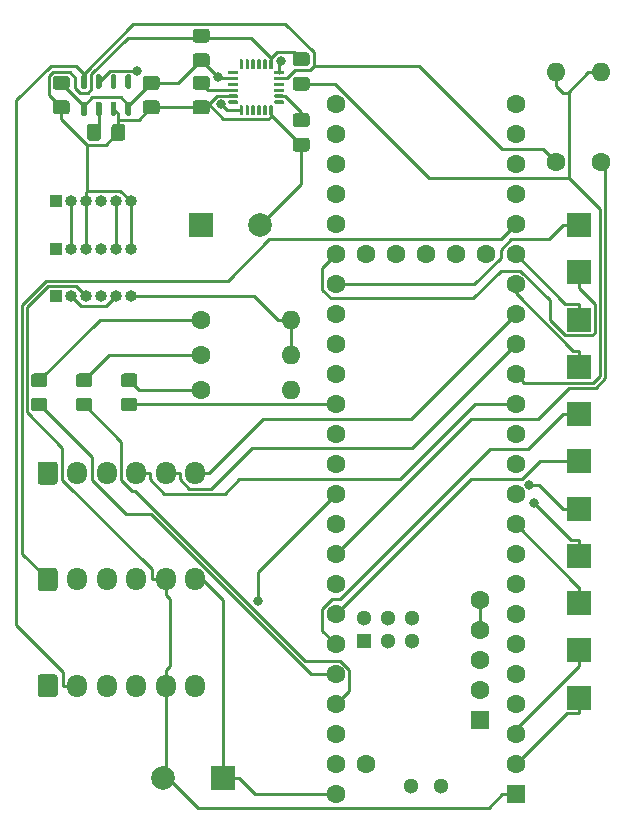
<source format=gbr>
%TF.GenerationSoftware,KiCad,Pcbnew,(5.1.9)-1*%
%TF.CreationDate,2021-05-19T19:29:26-04:00*%
%TF.ProjectId,ava_r2_bottom,6176615f-7232-45f6-926f-74746f6d2e6b,rev?*%
%TF.SameCoordinates,Original*%
%TF.FileFunction,Copper,L1,Top*%
%TF.FilePolarity,Positive*%
%FSLAX46Y46*%
G04 Gerber Fmt 4.6, Leading zero omitted, Abs format (unit mm)*
G04 Created by KiCad (PCBNEW (5.1.9)-1) date 2021-05-19 19:29:26*
%MOMM*%
%LPD*%
G01*
G04 APERTURE LIST*
%TA.AperFunction,ComponentPad*%
%ADD10O,1.600000X1.600000*%
%TD*%
%TA.AperFunction,ComponentPad*%
%ADD11C,1.600000*%
%TD*%
%TA.AperFunction,SMDPad,CuDef*%
%ADD12R,2.000000X2.000000*%
%TD*%
%TA.AperFunction,ComponentPad*%
%ADD13R,2.000000X2.000000*%
%TD*%
%TA.AperFunction,ComponentPad*%
%ADD14C,2.000000*%
%TD*%
%TA.AperFunction,ComponentPad*%
%ADD15O,1.700000X1.950000*%
%TD*%
%TA.AperFunction,SMDPad,CuDef*%
%ADD16C,2.000000*%
%TD*%
%TA.AperFunction,ComponentPad*%
%ADD17R,1.000000X1.000000*%
%TD*%
%TA.AperFunction,ComponentPad*%
%ADD18O,1.000000X1.000000*%
%TD*%
%TA.AperFunction,ComponentPad*%
%ADD19C,1.300000*%
%TD*%
%TA.AperFunction,ComponentPad*%
%ADD20R,1.300000X1.300000*%
%TD*%
%TA.AperFunction,ComponentPad*%
%ADD21R,1.600000X1.600000*%
%TD*%
%TA.AperFunction,ViaPad*%
%ADD22C,0.800000*%
%TD*%
%TA.AperFunction,Conductor*%
%ADD23C,0.250000*%
%TD*%
G04 APERTURE END LIST*
%TO.P,MPU6050,1*%
%TO.N,GND*%
%TA.AperFunction,SMDPad,CuDef*%
G36*
G01*
X201835000Y-50965000D02*
X201985000Y-50965000D01*
G75*
G02*
X202060000Y-51040000I0J-75000D01*
G01*
X202060000Y-51740000D01*
G75*
G02*
X201985000Y-51815000I-75000J0D01*
G01*
X201835000Y-51815000D01*
G75*
G02*
X201760000Y-51740000I0J75000D01*
G01*
X201760000Y-51040000D01*
G75*
G02*
X201835000Y-50965000I75000J0D01*
G01*
G37*
%TD.AperFunction*%
%TO.P,MPU6050,2*%
%TO.N,N/C*%
%TA.AperFunction,SMDPad,CuDef*%
G36*
G01*
X201335000Y-50965000D02*
X201485000Y-50965000D01*
G75*
G02*
X201560000Y-51040000I0J-75000D01*
G01*
X201560000Y-51740000D01*
G75*
G02*
X201485000Y-51815000I-75000J0D01*
G01*
X201335000Y-51815000D01*
G75*
G02*
X201260000Y-51740000I0J75000D01*
G01*
X201260000Y-51040000D01*
G75*
G02*
X201335000Y-50965000I75000J0D01*
G01*
G37*
%TD.AperFunction*%
%TO.P,MPU6050,3*%
%TA.AperFunction,SMDPad,CuDef*%
G36*
G01*
X200835000Y-50965000D02*
X200985000Y-50965000D01*
G75*
G02*
X201060000Y-51040000I0J-75000D01*
G01*
X201060000Y-51740000D01*
G75*
G02*
X200985000Y-51815000I-75000J0D01*
G01*
X200835000Y-51815000D01*
G75*
G02*
X200760000Y-51740000I0J75000D01*
G01*
X200760000Y-51040000D01*
G75*
G02*
X200835000Y-50965000I75000J0D01*
G01*
G37*
%TD.AperFunction*%
%TO.P,MPU6050,4*%
%TA.AperFunction,SMDPad,CuDef*%
G36*
G01*
X200335000Y-50965000D02*
X200485000Y-50965000D01*
G75*
G02*
X200560000Y-51040000I0J-75000D01*
G01*
X200560000Y-51740000D01*
G75*
G02*
X200485000Y-51815000I-75000J0D01*
G01*
X200335000Y-51815000D01*
G75*
G02*
X200260000Y-51740000I0J75000D01*
G01*
X200260000Y-51040000D01*
G75*
G02*
X200335000Y-50965000I75000J0D01*
G01*
G37*
%TD.AperFunction*%
%TO.P,MPU6050,5*%
%TA.AperFunction,SMDPad,CuDef*%
G36*
G01*
X199835000Y-50965000D02*
X199985000Y-50965000D01*
G75*
G02*
X200060000Y-51040000I0J-75000D01*
G01*
X200060000Y-51740000D01*
G75*
G02*
X199985000Y-51815000I-75000J0D01*
G01*
X199835000Y-51815000D01*
G75*
G02*
X199760000Y-51740000I0J75000D01*
G01*
X199760000Y-51040000D01*
G75*
G02*
X199835000Y-50965000I75000J0D01*
G01*
G37*
%TD.AperFunction*%
%TO.P,MPU6050,6*%
%TO.N,Net-(U1-Pad6)*%
%TA.AperFunction,SMDPad,CuDef*%
G36*
G01*
X199335000Y-50965000D02*
X199485000Y-50965000D01*
G75*
G02*
X199560000Y-51040000I0J-75000D01*
G01*
X199560000Y-51740000D01*
G75*
G02*
X199485000Y-51815000I-75000J0D01*
G01*
X199335000Y-51815000D01*
G75*
G02*
X199260000Y-51740000I0J75000D01*
G01*
X199260000Y-51040000D01*
G75*
G02*
X199335000Y-50965000I75000J0D01*
G01*
G37*
%TD.AperFunction*%
%TO.P,MPU6050,7*%
%TO.N,Net-(U1-Pad7)*%
%TA.AperFunction,SMDPad,CuDef*%
G36*
G01*
X198285000Y-52165000D02*
X198285000Y-52015000D01*
G75*
G02*
X198360000Y-51940000I75000J0D01*
G01*
X199060000Y-51940000D01*
G75*
G02*
X199135000Y-52015000I0J-75000D01*
G01*
X199135000Y-52165000D01*
G75*
G02*
X199060000Y-52240000I-75000J0D01*
G01*
X198360000Y-52240000D01*
G75*
G02*
X198285000Y-52165000I0J75000D01*
G01*
G37*
%TD.AperFunction*%
%TO.P,MPU6050,8*%
%TO.N,+3V3*%
%TA.AperFunction,SMDPad,CuDef*%
G36*
G01*
X198285000Y-52665000D02*
X198285000Y-52515000D01*
G75*
G02*
X198360000Y-52440000I75000J0D01*
G01*
X199060000Y-52440000D01*
G75*
G02*
X199135000Y-52515000I0J-75000D01*
G01*
X199135000Y-52665000D01*
G75*
G02*
X199060000Y-52740000I-75000J0D01*
G01*
X198360000Y-52740000D01*
G75*
G02*
X198285000Y-52665000I0J75000D01*
G01*
G37*
%TD.AperFunction*%
%TO.P,MPU6050,9*%
%TO.N,Net-(U1-Pad9)*%
%TA.AperFunction,SMDPad,CuDef*%
G36*
G01*
X198285000Y-53165000D02*
X198285000Y-53015000D01*
G75*
G02*
X198360000Y-52940000I75000J0D01*
G01*
X199060000Y-52940000D01*
G75*
G02*
X199135000Y-53015000I0J-75000D01*
G01*
X199135000Y-53165000D01*
G75*
G02*
X199060000Y-53240000I-75000J0D01*
G01*
X198360000Y-53240000D01*
G75*
G02*
X198285000Y-53165000I0J75000D01*
G01*
G37*
%TD.AperFunction*%
%TO.P,MPU6050,10*%
%TO.N,Net-(C3-Pad1)*%
%TA.AperFunction,SMDPad,CuDef*%
G36*
G01*
X198285000Y-53665000D02*
X198285000Y-53515000D01*
G75*
G02*
X198360000Y-53440000I75000J0D01*
G01*
X199060000Y-53440000D01*
G75*
G02*
X199135000Y-53515000I0J-75000D01*
G01*
X199135000Y-53665000D01*
G75*
G02*
X199060000Y-53740000I-75000J0D01*
G01*
X198360000Y-53740000D01*
G75*
G02*
X198285000Y-53665000I0J75000D01*
G01*
G37*
%TD.AperFunction*%
%TO.P,MPU6050,11*%
%TO.N,GND*%
%TA.AperFunction,SMDPad,CuDef*%
G36*
G01*
X198285000Y-54165000D02*
X198285000Y-54015000D01*
G75*
G02*
X198360000Y-53940000I75000J0D01*
G01*
X199060000Y-53940000D01*
G75*
G02*
X199135000Y-54015000I0J-75000D01*
G01*
X199135000Y-54165000D01*
G75*
G02*
X199060000Y-54240000I-75000J0D01*
G01*
X198360000Y-54240000D01*
G75*
G02*
X198285000Y-54165000I0J75000D01*
G01*
G37*
%TD.AperFunction*%
%TO.P,MPU6050,12*%
%TO.N,Net-(U1-Pad12)*%
%TA.AperFunction,SMDPad,CuDef*%
G36*
G01*
X198285000Y-54665000D02*
X198285000Y-54515000D01*
G75*
G02*
X198360000Y-54440000I75000J0D01*
G01*
X199060000Y-54440000D01*
G75*
G02*
X199135000Y-54515000I0J-75000D01*
G01*
X199135000Y-54665000D01*
G75*
G02*
X199060000Y-54740000I-75000J0D01*
G01*
X198360000Y-54740000D01*
G75*
G02*
X198285000Y-54665000I0J75000D01*
G01*
G37*
%TD.AperFunction*%
%TO.P,MPU6050,13*%
%TO.N,+3V3*%
%TA.AperFunction,SMDPad,CuDef*%
G36*
G01*
X199335000Y-54865000D02*
X199485000Y-54865000D01*
G75*
G02*
X199560000Y-54940000I0J-75000D01*
G01*
X199560000Y-55640000D01*
G75*
G02*
X199485000Y-55715000I-75000J0D01*
G01*
X199335000Y-55715000D01*
G75*
G02*
X199260000Y-55640000I0J75000D01*
G01*
X199260000Y-54940000D01*
G75*
G02*
X199335000Y-54865000I75000J0D01*
G01*
G37*
%TD.AperFunction*%
%TO.P,MPU6050,14*%
%TO.N,N/C*%
%TA.AperFunction,SMDPad,CuDef*%
G36*
G01*
X199835000Y-54865000D02*
X199985000Y-54865000D01*
G75*
G02*
X200060000Y-54940000I0J-75000D01*
G01*
X200060000Y-55640000D01*
G75*
G02*
X199985000Y-55715000I-75000J0D01*
G01*
X199835000Y-55715000D01*
G75*
G02*
X199760000Y-55640000I0J75000D01*
G01*
X199760000Y-54940000D01*
G75*
G02*
X199835000Y-54865000I75000J0D01*
G01*
G37*
%TD.AperFunction*%
%TO.P,MPU6050,15*%
%TA.AperFunction,SMDPad,CuDef*%
G36*
G01*
X200335000Y-54865000D02*
X200485000Y-54865000D01*
G75*
G02*
X200560000Y-54940000I0J-75000D01*
G01*
X200560000Y-55640000D01*
G75*
G02*
X200485000Y-55715000I-75000J0D01*
G01*
X200335000Y-55715000D01*
G75*
G02*
X200260000Y-55640000I0J75000D01*
G01*
X200260000Y-54940000D01*
G75*
G02*
X200335000Y-54865000I75000J0D01*
G01*
G37*
%TD.AperFunction*%
%TO.P,MPU6050,16*%
%TA.AperFunction,SMDPad,CuDef*%
G36*
G01*
X200835000Y-54865000D02*
X200985000Y-54865000D01*
G75*
G02*
X201060000Y-54940000I0J-75000D01*
G01*
X201060000Y-55640000D01*
G75*
G02*
X200985000Y-55715000I-75000J0D01*
G01*
X200835000Y-55715000D01*
G75*
G02*
X200760000Y-55640000I0J75000D01*
G01*
X200760000Y-54940000D01*
G75*
G02*
X200835000Y-54865000I75000J0D01*
G01*
G37*
%TD.AperFunction*%
%TO.P,MPU6050,17*%
%TA.AperFunction,SMDPad,CuDef*%
G36*
G01*
X201335000Y-54865000D02*
X201485000Y-54865000D01*
G75*
G02*
X201560000Y-54940000I0J-75000D01*
G01*
X201560000Y-55640000D01*
G75*
G02*
X201485000Y-55715000I-75000J0D01*
G01*
X201335000Y-55715000D01*
G75*
G02*
X201260000Y-55640000I0J75000D01*
G01*
X201260000Y-54940000D01*
G75*
G02*
X201335000Y-54865000I75000J0D01*
G01*
G37*
%TD.AperFunction*%
%TO.P,MPU6050,18*%
%TO.N,GND*%
%TA.AperFunction,SMDPad,CuDef*%
G36*
G01*
X201835000Y-54865000D02*
X201985000Y-54865000D01*
G75*
G02*
X202060000Y-54940000I0J-75000D01*
G01*
X202060000Y-55640000D01*
G75*
G02*
X201985000Y-55715000I-75000J0D01*
G01*
X201835000Y-55715000D01*
G75*
G02*
X201760000Y-55640000I0J75000D01*
G01*
X201760000Y-54940000D01*
G75*
G02*
X201835000Y-54865000I75000J0D01*
G01*
G37*
%TD.AperFunction*%
%TO.P,MPU6050,19*%
%TO.N,N/C*%
%TA.AperFunction,SMDPad,CuDef*%
G36*
G01*
X202185000Y-54665000D02*
X202185000Y-54515000D01*
G75*
G02*
X202260000Y-54440000I75000J0D01*
G01*
X202960000Y-54440000D01*
G75*
G02*
X203035000Y-54515000I0J-75000D01*
G01*
X203035000Y-54665000D01*
G75*
G02*
X202960000Y-54740000I-75000J0D01*
G01*
X202260000Y-54740000D01*
G75*
G02*
X202185000Y-54665000I0J75000D01*
G01*
G37*
%TD.AperFunction*%
%TO.P,MPU6050,20*%
%TO.N,Net-(C7-Pad2)*%
%TA.AperFunction,SMDPad,CuDef*%
G36*
G01*
X202185000Y-54165000D02*
X202185000Y-54015000D01*
G75*
G02*
X202260000Y-53940000I75000J0D01*
G01*
X202960000Y-53940000D01*
G75*
G02*
X203035000Y-54015000I0J-75000D01*
G01*
X203035000Y-54165000D01*
G75*
G02*
X202960000Y-54240000I-75000J0D01*
G01*
X202260000Y-54240000D01*
G75*
G02*
X202185000Y-54165000I0J75000D01*
G01*
G37*
%TD.AperFunction*%
%TO.P,MPU6050,21*%
%TO.N,N/C*%
%TA.AperFunction,SMDPad,CuDef*%
G36*
G01*
X202185000Y-53665000D02*
X202185000Y-53515000D01*
G75*
G02*
X202260000Y-53440000I75000J0D01*
G01*
X202960000Y-53440000D01*
G75*
G02*
X203035000Y-53515000I0J-75000D01*
G01*
X203035000Y-53665000D01*
G75*
G02*
X202960000Y-53740000I-75000J0D01*
G01*
X202260000Y-53740000D01*
G75*
G02*
X202185000Y-53665000I0J75000D01*
G01*
G37*
%TD.AperFunction*%
%TO.P,MPU6050,22*%
%TA.AperFunction,SMDPad,CuDef*%
G36*
G01*
X202185000Y-53165000D02*
X202185000Y-53015000D01*
G75*
G02*
X202260000Y-52940000I75000J0D01*
G01*
X202960000Y-52940000D01*
G75*
G02*
X203035000Y-53015000I0J-75000D01*
G01*
X203035000Y-53165000D01*
G75*
G02*
X202960000Y-53240000I-75000J0D01*
G01*
X202260000Y-53240000D01*
G75*
G02*
X202185000Y-53165000I0J75000D01*
G01*
G37*
%TD.AperFunction*%
%TO.P,MPU6050,23*%
%TO.N,I2C0_SCL*%
%TA.AperFunction,SMDPad,CuDef*%
G36*
G01*
X202185000Y-52665000D02*
X202185000Y-52515000D01*
G75*
G02*
X202260000Y-52440000I75000J0D01*
G01*
X202960000Y-52440000D01*
G75*
G02*
X203035000Y-52515000I0J-75000D01*
G01*
X203035000Y-52665000D01*
G75*
G02*
X202960000Y-52740000I-75000J0D01*
G01*
X202260000Y-52740000D01*
G75*
G02*
X202185000Y-52665000I0J75000D01*
G01*
G37*
%TD.AperFunction*%
%TO.P,MPU6050,24*%
%TO.N,I2C0_SDA*%
%TA.AperFunction,SMDPad,CuDef*%
G36*
G01*
X202185000Y-52165000D02*
X202185000Y-52015000D01*
G75*
G02*
X202260000Y-51940000I75000J0D01*
G01*
X202960000Y-51940000D01*
G75*
G02*
X203035000Y-52015000I0J-75000D01*
G01*
X203035000Y-52165000D01*
G75*
G02*
X202960000Y-52240000I-75000J0D01*
G01*
X202260000Y-52240000D01*
G75*
G02*
X202185000Y-52165000I0J75000D01*
G01*
G37*
%TD.AperFunction*%
%TD*%
D10*
%TO.P,R5,2*%
%TO.N,+3V3*%
X229870000Y-52070000D03*
D11*
%TO.P,R5,1*%
%TO.N,I2C0_SDA*%
X229870000Y-59690000D03*
%TD*%
D10*
%TO.P,R4,2*%
%TO.N,+3V3*%
X226060000Y-52070000D03*
D11*
%TO.P,R4,1*%
%TO.N,I2C0_SCL*%
X226060000Y-59690000D03*
%TD*%
%TO.P,C7,2*%
%TO.N,Net-(C7-Pad2)*%
%TA.AperFunction,SMDPad,CuDef*%
G36*
G01*
X204945000Y-56700000D02*
X203995000Y-56700000D01*
G75*
G02*
X203745000Y-56450000I0J250000D01*
G01*
X203745000Y-55775000D01*
G75*
G02*
X203995000Y-55525000I250000J0D01*
G01*
X204945000Y-55525000D01*
G75*
G02*
X205195000Y-55775000I0J-250000D01*
G01*
X205195000Y-56450000D01*
G75*
G02*
X204945000Y-56700000I-250000J0D01*
G01*
G37*
%TD.AperFunction*%
%TO.P,C7,1*%
%TO.N,GND*%
%TA.AperFunction,SMDPad,CuDef*%
G36*
G01*
X204945000Y-58775000D02*
X203995000Y-58775000D01*
G75*
G02*
X203745000Y-58525000I0J250000D01*
G01*
X203745000Y-57850000D01*
G75*
G02*
X203995000Y-57600000I250000J0D01*
G01*
X204945000Y-57600000D01*
G75*
G02*
X205195000Y-57850000I0J-250000D01*
G01*
X205195000Y-58525000D01*
G75*
G02*
X204945000Y-58775000I-250000J0D01*
G01*
G37*
%TD.AperFunction*%
%TD*%
%TO.P,C3,2*%
%TO.N,GND*%
%TA.AperFunction,SMDPad,CuDef*%
G36*
G01*
X195525000Y-54450000D02*
X196475000Y-54450000D01*
G75*
G02*
X196725000Y-54700000I0J-250000D01*
G01*
X196725000Y-55375000D01*
G75*
G02*
X196475000Y-55625000I-250000J0D01*
G01*
X195525000Y-55625000D01*
G75*
G02*
X195275000Y-55375000I0J250000D01*
G01*
X195275000Y-54700000D01*
G75*
G02*
X195525000Y-54450000I250000J0D01*
G01*
G37*
%TD.AperFunction*%
%TO.P,C3,1*%
%TO.N,Net-(C3-Pad1)*%
%TA.AperFunction,SMDPad,CuDef*%
G36*
G01*
X195525000Y-52375000D02*
X196475000Y-52375000D01*
G75*
G02*
X196725000Y-52625000I0J-250000D01*
G01*
X196725000Y-53300000D01*
G75*
G02*
X196475000Y-53550000I-250000J0D01*
G01*
X195525000Y-53550000D01*
G75*
G02*
X195275000Y-53300000I0J250000D01*
G01*
X195275000Y-52625000D01*
G75*
G02*
X195525000Y-52375000I250000J0D01*
G01*
G37*
%TD.AperFunction*%
%TD*%
%TO.P,C2,2*%
%TO.N,+3V3*%
%TA.AperFunction,SMDPad,CuDef*%
G36*
G01*
X203995000Y-52450000D02*
X204945000Y-52450000D01*
G75*
G02*
X205195000Y-52700000I0J-250000D01*
G01*
X205195000Y-53375000D01*
G75*
G02*
X204945000Y-53625000I-250000J0D01*
G01*
X203995000Y-53625000D01*
G75*
G02*
X203745000Y-53375000I0J250000D01*
G01*
X203745000Y-52700000D01*
G75*
G02*
X203995000Y-52450000I250000J0D01*
G01*
G37*
%TD.AperFunction*%
%TO.P,C2,1*%
%TO.N,GND*%
%TA.AperFunction,SMDPad,CuDef*%
G36*
G01*
X203995000Y-50375000D02*
X204945000Y-50375000D01*
G75*
G02*
X205195000Y-50625000I0J-250000D01*
G01*
X205195000Y-51300000D01*
G75*
G02*
X204945000Y-51550000I-250000J0D01*
G01*
X203995000Y-51550000D01*
G75*
G02*
X203745000Y-51300000I0J250000D01*
G01*
X203745000Y-50625000D01*
G75*
G02*
X203995000Y-50375000I250000J0D01*
G01*
G37*
%TD.AperFunction*%
%TD*%
%TO.P,C1,1*%
%TO.N,+3V3*%
%TA.AperFunction,SMDPad,CuDef*%
G36*
G01*
X196475000Y-51625000D02*
X195525000Y-51625000D01*
G75*
G02*
X195275000Y-51375000I0J250000D01*
G01*
X195275000Y-50700000D01*
G75*
G02*
X195525000Y-50450000I250000J0D01*
G01*
X196475000Y-50450000D01*
G75*
G02*
X196725000Y-50700000I0J-250000D01*
G01*
X196725000Y-51375000D01*
G75*
G02*
X196475000Y-51625000I-250000J0D01*
G01*
G37*
%TD.AperFunction*%
%TO.P,C1,2*%
%TO.N,GND*%
%TA.AperFunction,SMDPad,CuDef*%
G36*
G01*
X196475000Y-49550000D02*
X195525000Y-49550000D01*
G75*
G02*
X195275000Y-49300000I0J250000D01*
G01*
X195275000Y-48625000D01*
G75*
G02*
X195525000Y-48375000I250000J0D01*
G01*
X196475000Y-48375000D01*
G75*
G02*
X196725000Y-48625000I0J-250000D01*
G01*
X196725000Y-49300000D01*
G75*
G02*
X196475000Y-49550000I-250000J0D01*
G01*
G37*
%TD.AperFunction*%
%TD*%
D12*
%TO.P,P38,1*%
%TO.N,P38_CS1*%
X228000000Y-69000000D03*
%TD*%
%TO.P,P39,1*%
%TO.N,P39_MISO1*%
X228000000Y-65000000D03*
%TD*%
%TO.P,P8,1*%
%TO.N,P8_TX2_IN1*%
X228000000Y-97000000D03*
%TD*%
%TO.P,P27,1*%
%TO.N,P27_A13_SCK1*%
X228000000Y-73000000D03*
%TD*%
%TO.P,P26,1*%
%TO.N,P26_A12_MOSI1*%
X228000000Y-77000000D03*
%TD*%
%TO.P,P20,1*%
%TO.N,P20_A6_TX5*%
X228000000Y-85000000D03*
%TD*%
%TO.P,P21,1*%
%TO.N,P21_A7_RX5*%
X228000000Y-81000000D03*
%TD*%
%TO.P,P14,1*%
%TO.N,P14_A0_TX3*%
X228000000Y-93000000D03*
%TD*%
%TO.P,P15,1*%
%TO.N,P15_A1_RX3*%
X228000000Y-89000000D03*
%TD*%
%TO.P,P1,1*%
%TO.N,P1_TX1_CTX2_MISO1*%
X228000000Y-101000000D03*
%TD*%
%TO.P,P0,1*%
%TO.N,P0_RX1_CRX2_CS1*%
X228000000Y-105000000D03*
%TD*%
D13*
%TO.P,BZ1,1*%
%TO.N,BUZZER*%
X196000000Y-65000000D03*
D14*
%TO.P,BZ1,2*%
%TO.N,GND*%
X201000000Y-65000000D03*
%TD*%
%TO.P,C4,2*%
%TO.N,+3V3*%
%TA.AperFunction,SMDPad,CuDef*%
G36*
G01*
X184625000Y-53550000D02*
X183675000Y-53550000D01*
G75*
G02*
X183425000Y-53300000I0J250000D01*
G01*
X183425000Y-52625000D01*
G75*
G02*
X183675000Y-52375000I250000J0D01*
G01*
X184625000Y-52375000D01*
G75*
G02*
X184875000Y-52625000I0J-250000D01*
G01*
X184875000Y-53300000D01*
G75*
G02*
X184625000Y-53550000I-250000J0D01*
G01*
G37*
%TD.AperFunction*%
%TO.P,C4,1*%
%TO.N,GND*%
%TA.AperFunction,SMDPad,CuDef*%
G36*
G01*
X184625000Y-55625000D02*
X183675000Y-55625000D01*
G75*
G02*
X183425000Y-55375000I0J250000D01*
G01*
X183425000Y-54700000D01*
G75*
G02*
X183675000Y-54450000I250000J0D01*
G01*
X184625000Y-54450000D01*
G75*
G02*
X184875000Y-54700000I0J-250000D01*
G01*
X184875000Y-55375000D01*
G75*
G02*
X184625000Y-55625000I-250000J0D01*
G01*
G37*
%TD.AperFunction*%
%TD*%
%TO.P,C5,1*%
%TO.N,+3V3*%
%TA.AperFunction,SMDPad,CuDef*%
G36*
G01*
X191295000Y-52375000D02*
X192245000Y-52375000D01*
G75*
G02*
X192495000Y-52625000I0J-250000D01*
G01*
X192495000Y-53300000D01*
G75*
G02*
X192245000Y-53550000I-250000J0D01*
G01*
X191295000Y-53550000D01*
G75*
G02*
X191045000Y-53300000I0J250000D01*
G01*
X191045000Y-52625000D01*
G75*
G02*
X191295000Y-52375000I250000J0D01*
G01*
G37*
%TD.AperFunction*%
%TO.P,C5,2*%
%TO.N,GND*%
%TA.AperFunction,SMDPad,CuDef*%
G36*
G01*
X191295000Y-54450000D02*
X192245000Y-54450000D01*
G75*
G02*
X192495000Y-54700000I0J-250000D01*
G01*
X192495000Y-55375000D01*
G75*
G02*
X192245000Y-55625000I-250000J0D01*
G01*
X191295000Y-55625000D01*
G75*
G02*
X191045000Y-55375000I0J250000D01*
G01*
X191045000Y-54700000D01*
G75*
G02*
X191295000Y-54450000I250000J0D01*
G01*
G37*
%TD.AperFunction*%
%TD*%
%TO.P,C6,1*%
%TO.N,GND*%
%TA.AperFunction,SMDPad,CuDef*%
G36*
G01*
X189585000Y-56675000D02*
X189585000Y-57625000D01*
G75*
G02*
X189335000Y-57875000I-250000J0D01*
G01*
X188660000Y-57875000D01*
G75*
G02*
X188410000Y-57625000I0J250000D01*
G01*
X188410000Y-56675000D01*
G75*
G02*
X188660000Y-56425000I250000J0D01*
G01*
X189335000Y-56425000D01*
G75*
G02*
X189585000Y-56675000I0J-250000D01*
G01*
G37*
%TD.AperFunction*%
%TO.P,C6,2*%
%TO.N,Net-(C6-Pad2)*%
%TA.AperFunction,SMDPad,CuDef*%
G36*
G01*
X187510000Y-56675000D02*
X187510000Y-57625000D01*
G75*
G02*
X187260000Y-57875000I-250000J0D01*
G01*
X186585000Y-57875000D01*
G75*
G02*
X186335000Y-57625000I0J250000D01*
G01*
X186335000Y-56675000D01*
G75*
G02*
X186585000Y-56425000I250000J0D01*
G01*
X187260000Y-56425000D01*
G75*
G02*
X187510000Y-56675000I0J-250000D01*
G01*
G37*
%TD.AperFunction*%
%TD*%
%TO.P,D1,1*%
%TO.N,Net-(D1-Pad1)*%
%TA.AperFunction,SMDPad,CuDef*%
G36*
G01*
X189454999Y-77565000D02*
X190355001Y-77565000D01*
G75*
G02*
X190605000Y-77814999I0J-249999D01*
G01*
X190605000Y-78465001D01*
G75*
G02*
X190355001Y-78715000I-249999J0D01*
G01*
X189454999Y-78715000D01*
G75*
G02*
X189205000Y-78465001I0J249999D01*
G01*
X189205000Y-77814999D01*
G75*
G02*
X189454999Y-77565000I249999J0D01*
G01*
G37*
%TD.AperFunction*%
%TO.P,D1,2*%
%TO.N,LED_BLUE*%
%TA.AperFunction,SMDPad,CuDef*%
G36*
G01*
X189454999Y-79615000D02*
X190355001Y-79615000D01*
G75*
G02*
X190605000Y-79864999I0J-249999D01*
G01*
X190605000Y-80515001D01*
G75*
G02*
X190355001Y-80765000I-249999J0D01*
G01*
X189454999Y-80765000D01*
G75*
G02*
X189205000Y-80515001I0J249999D01*
G01*
X189205000Y-79864999D01*
G75*
G02*
X189454999Y-79615000I249999J0D01*
G01*
G37*
%TD.AperFunction*%
%TD*%
%TO.P,D2,2*%
%TO.N,LED_RED*%
%TA.AperFunction,SMDPad,CuDef*%
G36*
G01*
X185644999Y-79615000D02*
X186545001Y-79615000D01*
G75*
G02*
X186795000Y-79864999I0J-249999D01*
G01*
X186795000Y-80515001D01*
G75*
G02*
X186545001Y-80765000I-249999J0D01*
G01*
X185644999Y-80765000D01*
G75*
G02*
X185395000Y-80515001I0J249999D01*
G01*
X185395000Y-79864999D01*
G75*
G02*
X185644999Y-79615000I249999J0D01*
G01*
G37*
%TD.AperFunction*%
%TO.P,D2,1*%
%TO.N,Net-(D2-Pad1)*%
%TA.AperFunction,SMDPad,CuDef*%
G36*
G01*
X185644999Y-77565000D02*
X186545001Y-77565000D01*
G75*
G02*
X186795000Y-77814999I0J-249999D01*
G01*
X186795000Y-78465001D01*
G75*
G02*
X186545001Y-78715000I-249999J0D01*
G01*
X185644999Y-78715000D01*
G75*
G02*
X185395000Y-78465001I0J249999D01*
G01*
X185395000Y-77814999D01*
G75*
G02*
X185644999Y-77565000I249999J0D01*
G01*
G37*
%TD.AperFunction*%
%TD*%
%TO.P,D3,1*%
%TO.N,Net-(D3-Pad1)*%
%TA.AperFunction,SMDPad,CuDef*%
G36*
G01*
X181834999Y-77565000D02*
X182735001Y-77565000D01*
G75*
G02*
X182985000Y-77814999I0J-249999D01*
G01*
X182985000Y-78465001D01*
G75*
G02*
X182735001Y-78715000I-249999J0D01*
G01*
X181834999Y-78715000D01*
G75*
G02*
X181585000Y-78465001I0J249999D01*
G01*
X181585000Y-77814999D01*
G75*
G02*
X181834999Y-77565000I249999J0D01*
G01*
G37*
%TD.AperFunction*%
%TO.P,D3,2*%
%TO.N,LED_GREEN*%
%TA.AperFunction,SMDPad,CuDef*%
G36*
G01*
X181834999Y-79615000D02*
X182735001Y-79615000D01*
G75*
G02*
X182985000Y-79864999I0J-249999D01*
G01*
X182985000Y-80515001D01*
G75*
G02*
X182735001Y-80765000I-249999J0D01*
G01*
X181834999Y-80765000D01*
G75*
G02*
X181585000Y-80515001I0J249999D01*
G01*
X181585000Y-79864999D01*
G75*
G02*
X181834999Y-79615000I249999J0D01*
G01*
G37*
%TD.AperFunction*%
%TD*%
%TO.P,RADIO1,1*%
%TO.N,RC_CH1_PWM*%
%TA.AperFunction,ComponentPad*%
G36*
G01*
X182150000Y-86725000D02*
X182150000Y-85275000D01*
G75*
G02*
X182400000Y-85025000I250000J0D01*
G01*
X183600000Y-85025000D01*
G75*
G02*
X183850000Y-85275000I0J-250000D01*
G01*
X183850000Y-86725000D01*
G75*
G02*
X183600000Y-86975000I-250000J0D01*
G01*
X182400000Y-86975000D01*
G75*
G02*
X182150000Y-86725000I0J250000D01*
G01*
G37*
%TD.AperFunction*%
D15*
%TO.P,RADIO1,2*%
%TO.N,RC_CH2_PWM*%
X185500000Y-86000000D03*
%TO.P,RADIO1,3*%
%TO.N,RC_CH3_PWM*%
X188000000Y-86000000D03*
%TO.P,RADIO1,4*%
%TO.N,RC_CH4_PWM*%
X190500000Y-86000000D03*
%TO.P,RADIO1,5*%
%TO.N,RC_CH5_PWM*%
X193000000Y-86000000D03*
%TO.P,RADIO1,6*%
%TO.N,RC_CH6_PWM*%
X195500000Y-86000000D03*
%TD*%
%TO.P,UART1,6*%
%TO.N,+5V*%
X195500000Y-95000000D03*
%TO.P,UART1,5*%
%TO.N,GND*%
X193000000Y-95000000D03*
%TO.P,UART1,4*%
%TO.N,UART8_TX*%
X190500000Y-95000000D03*
%TO.P,UART1,3*%
%TO.N,UART8_RX*%
X188000000Y-95000000D03*
%TO.P,UART1,2*%
%TO.N,UART7_TX*%
X185500000Y-95000000D03*
%TO.P,UART1,1*%
%TO.N,UART7_RX*%
%TA.AperFunction,ComponentPad*%
G36*
G01*
X182150000Y-95725000D02*
X182150000Y-94275000D01*
G75*
G02*
X182400000Y-94025000I250000J0D01*
G01*
X183600000Y-94025000D01*
G75*
G02*
X183850000Y-94275000I0J-250000D01*
G01*
X183850000Y-95725000D01*
G75*
G02*
X183600000Y-95975000I-250000J0D01*
G01*
X182400000Y-95975000D01*
G75*
G02*
X182150000Y-95725000I0J250000D01*
G01*
G37*
%TD.AperFunction*%
%TD*%
%TO.P,I2C1,1*%
%TO.N,I2C0_SDA*%
%TA.AperFunction,ComponentPad*%
G36*
G01*
X182150000Y-104725000D02*
X182150000Y-103275000D01*
G75*
G02*
X182400000Y-103025000I250000J0D01*
G01*
X183600000Y-103025000D01*
G75*
G02*
X183850000Y-103275000I0J-250000D01*
G01*
X183850000Y-104725000D01*
G75*
G02*
X183600000Y-104975000I-250000J0D01*
G01*
X182400000Y-104975000D01*
G75*
G02*
X182150000Y-104725000I0J250000D01*
G01*
G37*
%TD.AperFunction*%
%TO.P,I2C1,2*%
%TO.N,I2C0_SCL*%
X185500000Y-104000000D03*
%TO.P,I2C1,3*%
%TO.N,I2C1_SDA*%
X188000000Y-104000000D03*
%TO.P,I2C1,4*%
%TO.N,I2C1_SCL*%
X190500000Y-104000000D03*
%TO.P,I2C1,5*%
%TO.N,GND*%
X193000000Y-104000000D03*
%TO.P,I2C1,6*%
%TO.N,+3V3*%
X195500000Y-104000000D03*
%TD*%
D12*
%TO.P,J4,1*%
%TO.N,+5V*%
X197855000Y-111855000D03*
%TD*%
D16*
%TO.P,J5,1*%
%TO.N,GND*%
X192775000Y-111855000D03*
%TD*%
D17*
%TO.P,J6,1*%
%TO.N,SERVO1_PWM*%
X183730000Y-63000000D03*
D18*
%TO.P,J6,2*%
%TO.N,+5V*%
X185000000Y-63000000D03*
%TO.P,J6,3*%
%TO.N,GND*%
X186270000Y-63000000D03*
%TO.P,J6,4*%
%TO.N,SERVO2_PWM*%
X187540000Y-63000000D03*
%TO.P,J6,5*%
%TO.N,+5V*%
X188810000Y-63000000D03*
%TO.P,J6,6*%
%TO.N,GND*%
X190080000Y-63000000D03*
%TD*%
%TO.P,J7,6*%
%TO.N,GND*%
X190080000Y-67000000D03*
%TO.P,J7,5*%
%TO.N,+5V*%
X188810000Y-67000000D03*
%TO.P,J7,4*%
%TO.N,SERVO4_PWM*%
X187540000Y-67000000D03*
%TO.P,J7,3*%
%TO.N,GND*%
X186270000Y-67000000D03*
%TO.P,J7,2*%
%TO.N,+5V*%
X185000000Y-67000000D03*
D17*
%TO.P,J7,1*%
%TO.N,SERVO3_PWM*%
X183730000Y-67000000D03*
%TD*%
%TO.P,J8,1*%
%TO.N,SERVO5_PWM*%
X183730000Y-71000000D03*
D18*
%TO.P,J8,2*%
%TO.N,+5V*%
X185000000Y-71000000D03*
%TO.P,J8,3*%
%TO.N,GND*%
X186270000Y-71000000D03*
%TO.P,J8,4*%
%TO.N,SERVO6_PWM*%
X187540000Y-71000000D03*
%TO.P,J8,5*%
%TO.N,+5V*%
X188810000Y-71000000D03*
%TO.P,J8,6*%
%TO.N,GND*%
X190080000Y-71000000D03*
%TD*%
D10*
%TO.P,R1,2*%
%TO.N,GND*%
X203620000Y-79000000D03*
D11*
%TO.P,R1,1*%
%TO.N,Net-(D1-Pad1)*%
X196000000Y-79000000D03*
%TD*%
%TO.P,R2,1*%
%TO.N,Net-(D2-Pad1)*%
X196000000Y-76000000D03*
D10*
%TO.P,R2,2*%
%TO.N,GND*%
X203620000Y-76000000D03*
%TD*%
D11*
%TO.P,R3,1*%
%TO.N,Net-(D3-Pad1)*%
X196000000Y-73000000D03*
D10*
%TO.P,R3,2*%
%TO.N,GND*%
X203620000Y-73000000D03*
%TD*%
D19*
%TO.P,U2,66*%
%TO.N,USB_D-*%
X213730000Y-112480000D03*
%TO.P,U2,67*%
%TO.N,USB_D+*%
X216270000Y-112480000D03*
D11*
%TO.P,U2,54*%
%TO.N,ON_OFF*%
X209920000Y-67490000D03*
%TO.P,U2,53*%
%TO.N,PROGRAM*%
X212460000Y-67490000D03*
%TO.P,U2,52*%
%TO.N,Net-(U2-Pad52)*%
X215000000Y-67490000D03*
%TO.P,U2,51*%
%TO.N,Net-(U2-Pad51)*%
X217540000Y-67490000D03*
%TO.P,U2,50*%
%TO.N,VBAT*%
X220080000Y-67490000D03*
D19*
%TO.P,U2,62*%
%TO.N,ETH_T-*%
X213818400Y-100240000D03*
%TO.P,U2,63*%
%TO.N,ETH_T+*%
X213818400Y-98240000D03*
%TO.P,U2,64*%
%TO.N,ETH_GND*%
X211818400Y-98240000D03*
%TO.P,U2,61*%
%TO.N,ETH_LED*%
X211818400Y-100240000D03*
%TO.P,U2,65*%
%TO.N,ETH_R-*%
X209818400Y-98240000D03*
D20*
%TO.P,U2,60*%
%TO.N,ETH_R+*%
X209818400Y-100240000D03*
D11*
%TO.P,U2,17*%
%TO.N,RC_CH6_PWM*%
X222620000Y-72570000D03*
%TO.P,U2,18*%
%TO.N,P26_A12_MOSI1*%
X222620000Y-70030000D03*
%TO.P,U2,19*%
%TO.N,P27_A13_SCK1*%
X222620000Y-67490000D03*
%TO.P,U2,20*%
%TO.N,UART7_RX*%
X222620000Y-64950000D03*
%TO.P,U2,16*%
%TO.N,RC_CH5_PWM*%
X222620000Y-75110000D03*
%TO.P,U2,15*%
%TO.N,+3V3*%
X222620000Y-77650000D03*
%TO.P,U2,14*%
%TO.N,RC_CH4_PWM*%
X222620000Y-80190000D03*
%TO.P,U2,21*%
%TO.N,UART7_TX*%
X222620000Y-62410000D03*
%TO.P,U2,22*%
%TO.N,P30_CRX3*%
X222620000Y-59870000D03*
%TO.P,U2,23*%
%TO.N,P31_CTX3*%
X222620000Y-57330000D03*
%TO.P,U2,24*%
%TO.N,P32_OUT1B*%
X222620000Y-54790000D03*
%TO.P,U2,25*%
%TO.N,P33_MCLK2*%
X207380000Y-54790000D03*
%TO.P,U2,26*%
%TO.N,UART8_RX*%
X207380000Y-57330000D03*
%TO.P,U2,27*%
%TO.N,UART8_TX*%
X207380000Y-59870000D03*
%TO.P,U2,28*%
%TO.N,BUZZER*%
X207380000Y-62410000D03*
%TO.P,U2,29*%
%TO.N,P37_CS*%
X207380000Y-64950000D03*
%TO.P,U2,30*%
%TO.N,P38_CS1*%
X207380000Y-67490000D03*
%TO.P,U2,31*%
%TO.N,P39_MISO1*%
X207380000Y-70030000D03*
%TO.P,U2,32*%
%TO.N,P41_A16*%
X207380000Y-72570000D03*
%TO.P,U2,33*%
%TO.N,P41_A17*%
X207380000Y-75110000D03*
%TO.P,U2,34*%
%TO.N,GND*%
X207380000Y-77650000D03*
%TO.P,U2,13*%
%TO.N,RC_CH3_PWM*%
X222620000Y-82730000D03*
%TO.P,U2,12*%
%TO.N,RC_CH2_PWM*%
X222620000Y-85270000D03*
%TO.P,U2,11*%
%TO.N,RC_CH1_PWM*%
X222620000Y-87810000D03*
%TO.P,U2,10*%
%TO.N,P8_TX2_IN1*%
X222620000Y-90350000D03*
%TO.P,U2,9*%
%TO.N,SERVO6_PWM*%
X222620000Y-92890000D03*
%TO.P,U2,8*%
%TO.N,SERVO5_PWM*%
X222620000Y-95430000D03*
%TO.P,U2,7*%
%TO.N,SERVO4_PWM*%
X222620000Y-97970000D03*
%TO.P,U2,6*%
%TO.N,SERVO3_PWM*%
X222620000Y-100510000D03*
%TO.P,U2,5*%
%TO.N,SERVO2_PWM*%
X222620000Y-103050000D03*
%TO.P,U2,4*%
%TO.N,SERVO1_PWM*%
X222620000Y-105590000D03*
%TO.P,U2,3*%
%TO.N,P1_TX1_CTX2_MISO1*%
X222620000Y-108130000D03*
%TO.P,U2,2*%
%TO.N,P0_RX1_CRX2_CS1*%
X222620000Y-110670000D03*
D21*
%TO.P,U2,1*%
%TO.N,GND*%
X222620000Y-113210000D03*
D11*
%TO.P,U2,35*%
%TO.N,LED_BLUE*%
X207380000Y-80190000D03*
%TO.P,U2,36*%
%TO.N,P14_A0_TX3*%
X207380000Y-82730000D03*
%TO.P,U2,37*%
%TO.N,P15_A1_RX3*%
X207380000Y-85270000D03*
%TO.P,U2,38*%
%TO.N,I2C1_SCL*%
X207380000Y-87810000D03*
%TO.P,U2,39*%
%TO.N,I2C1_SDA*%
X207380000Y-90350000D03*
%TO.P,U2,40*%
%TO.N,I2C0_SDA*%
X207380000Y-92890000D03*
%TO.P,U2,41*%
%TO.N,I2C0_SCL*%
X207380000Y-95430000D03*
%TO.P,U2,42*%
%TO.N,P20_A6_TX5*%
X207380000Y-97970000D03*
%TO.P,U2,43*%
%TO.N,P21_A7_RX5*%
X207380000Y-100510000D03*
%TO.P,U2,44*%
%TO.N,LED_GREEN*%
X207380000Y-103050000D03*
%TO.P,U2,45*%
%TO.N,LED_RED*%
X207380000Y-105590000D03*
%TO.P,U2,46*%
%TO.N,Net-(U2-Pad46)*%
X207380000Y-108130000D03*
%TO.P,U2,47*%
%TO.N,Net-(U2-Pad47)*%
X207380000Y-110670000D03*
%TO.P,U2,48*%
%TO.N,+5V*%
X207380000Y-113210000D03*
D21*
%TO.P,U2,55*%
%TO.N,USBH_5V*%
X219569200Y-106910800D03*
D11*
%TO.P,U2,56*%
%TO.N,USBH_D-*%
X219569200Y-104370800D03*
%TO.P,U2,57*%
%TO.N,USBH_D+*%
X219569200Y-101830800D03*
%TO.P,U2,58*%
%TO.N,USBH_GND*%
X219569200Y-99290800D03*
%TO.P,U2,59*%
X219569200Y-96750800D03*
%TO.P,U2,49*%
%TO.N,Net-(U2-Pad49)*%
X209920000Y-110670000D03*
%TD*%
%TO.P,U3,1*%
%TO.N,+3V3*%
%TA.AperFunction,SMDPad,CuDef*%
G36*
G01*
X186210000Y-55750000D02*
X185960000Y-55750000D01*
G75*
G02*
X185835000Y-55625000I0J125000D01*
G01*
X185835000Y-54675000D01*
G75*
G02*
X185960000Y-54550000I125000J0D01*
G01*
X186210000Y-54550000D01*
G75*
G02*
X186335000Y-54675000I0J-125000D01*
G01*
X186335000Y-55625000D01*
G75*
G02*
X186210000Y-55750000I-125000J0D01*
G01*
G37*
%TD.AperFunction*%
%TO.P,U3,2*%
%TO.N,Net-(C6-Pad2)*%
%TA.AperFunction,SMDPad,CuDef*%
G36*
G01*
X187460000Y-55750000D02*
X187210000Y-55750000D01*
G75*
G02*
X187085000Y-55625000I0J125000D01*
G01*
X187085000Y-54675000D01*
G75*
G02*
X187210000Y-54550000I125000J0D01*
G01*
X187460000Y-54550000D01*
G75*
G02*
X187585000Y-54675000I0J-125000D01*
G01*
X187585000Y-55625000D01*
G75*
G02*
X187460000Y-55750000I-125000J0D01*
G01*
G37*
%TD.AperFunction*%
%TO.P,U3,3*%
%TO.N,GND*%
%TA.AperFunction,SMDPad,CuDef*%
G36*
G01*
X188710000Y-55750000D02*
X188460000Y-55750000D01*
G75*
G02*
X188335000Y-55625000I0J125000D01*
G01*
X188335000Y-54675000D01*
G75*
G02*
X188460000Y-54550000I125000J0D01*
G01*
X188710000Y-54550000D01*
G75*
G02*
X188835000Y-54675000I0J-125000D01*
G01*
X188835000Y-55625000D01*
G75*
G02*
X188710000Y-55750000I-125000J0D01*
G01*
G37*
%TD.AperFunction*%
%TO.P,U3,4*%
%TO.N,+3V3*%
%TA.AperFunction,SMDPad,CuDef*%
G36*
G01*
X189960000Y-55750000D02*
X189710000Y-55750000D01*
G75*
G02*
X189585000Y-55625000I0J125000D01*
G01*
X189585000Y-54675000D01*
G75*
G02*
X189710000Y-54550000I125000J0D01*
G01*
X189960000Y-54550000D01*
G75*
G02*
X190085000Y-54675000I0J-125000D01*
G01*
X190085000Y-55625000D01*
G75*
G02*
X189960000Y-55750000I-125000J0D01*
G01*
G37*
%TD.AperFunction*%
%TO.P,U3,5*%
%TO.N,Net-(U3-Pad5)*%
%TA.AperFunction,SMDPad,CuDef*%
G36*
G01*
X189960000Y-53450000D02*
X189710000Y-53450000D01*
G75*
G02*
X189585000Y-53325000I0J125000D01*
G01*
X189585000Y-52375000D01*
G75*
G02*
X189710000Y-52250000I125000J0D01*
G01*
X189960000Y-52250000D01*
G75*
G02*
X190085000Y-52375000I0J-125000D01*
G01*
X190085000Y-53325000D01*
G75*
G02*
X189960000Y-53450000I-125000J0D01*
G01*
G37*
%TD.AperFunction*%
%TO.P,U3,6*%
%TO.N,Net-(U3-Pad6)*%
%TA.AperFunction,SMDPad,CuDef*%
G36*
G01*
X188710000Y-53450000D02*
X188460000Y-53450000D01*
G75*
G02*
X188335000Y-53325000I0J125000D01*
G01*
X188335000Y-52375000D01*
G75*
G02*
X188460000Y-52250000I125000J0D01*
G01*
X188710000Y-52250000D01*
G75*
G02*
X188835000Y-52375000I0J-125000D01*
G01*
X188835000Y-53325000D01*
G75*
G02*
X188710000Y-53450000I-125000J0D01*
G01*
G37*
%TD.AperFunction*%
%TO.P,U3,7*%
%TO.N,I2C0_SDA*%
%TA.AperFunction,SMDPad,CuDef*%
G36*
G01*
X187460000Y-53450000D02*
X187210000Y-53450000D01*
G75*
G02*
X187085000Y-53325000I0J125000D01*
G01*
X187085000Y-52375000D01*
G75*
G02*
X187210000Y-52250000I125000J0D01*
G01*
X187460000Y-52250000D01*
G75*
G02*
X187585000Y-52375000I0J-125000D01*
G01*
X187585000Y-53325000D01*
G75*
G02*
X187460000Y-53450000I-125000J0D01*
G01*
G37*
%TD.AperFunction*%
%TO.P,U3,8*%
%TO.N,I2C0_SCL*%
%TA.AperFunction,SMDPad,CuDef*%
G36*
G01*
X186210000Y-53450000D02*
X185960000Y-53450000D01*
G75*
G02*
X185835000Y-53325000I0J125000D01*
G01*
X185835000Y-52375000D01*
G75*
G02*
X185960000Y-52250000I125000J0D01*
G01*
X186210000Y-52250000D01*
G75*
G02*
X186335000Y-52375000I0J-125000D01*
G01*
X186335000Y-53325000D01*
G75*
G02*
X186210000Y-53450000I-125000J0D01*
G01*
G37*
%TD.AperFunction*%
%TD*%
D22*
%TO.N,+3V3*%
X197678600Y-54757500D03*
X197412200Y-52449600D03*
%TO.N,I2C0_SDA*%
X190563700Y-51924100D03*
X202757000Y-51070000D03*
%TO.N,I2C1_SCL*%
X200826600Y-96858300D03*
%TO.N,P14_A0_TX3*%
X224217100Y-88548300D03*
%TO.N,P15_A1_RX3*%
X223766900Y-86971600D03*
%TD*%
D23*
%TO.N,GND*%
X186364100Y-62080600D02*
X186270000Y-62174700D01*
X186364100Y-58242400D02*
X186364100Y-62080600D01*
X186364100Y-62080600D02*
X189160600Y-62080600D01*
X189160600Y-62080600D02*
X190080000Y-63000000D01*
X186270000Y-63000000D02*
X186270000Y-62174700D01*
X186364100Y-58242400D02*
X184150000Y-56028300D01*
X184150000Y-56028300D02*
X184150000Y-55037500D01*
X188997500Y-57150000D02*
X187905100Y-58242400D01*
X187905100Y-58242400D02*
X186364100Y-58242400D01*
X203620000Y-73000000D02*
X202494700Y-73000000D01*
X190080000Y-71000000D02*
X200494700Y-71000000D01*
X200494700Y-71000000D02*
X202494700Y-73000000D01*
X193000000Y-95000000D02*
X191824700Y-95000000D01*
X186270000Y-71000000D02*
X185444600Y-70174600D01*
X185444600Y-70174600D02*
X183053200Y-70174600D01*
X183053200Y-70174600D02*
X181258700Y-71969100D01*
X181258700Y-71969100D02*
X181258700Y-80847600D01*
X181258700Y-80847600D02*
X184250500Y-83839400D01*
X184250500Y-83839400D02*
X184250500Y-86564000D01*
X184250500Y-86564000D02*
X191824700Y-94138200D01*
X191824700Y-94138200D02*
X191824700Y-95000000D01*
X193000000Y-111630000D02*
X193000000Y-104000000D01*
X192775000Y-111855000D02*
X193000000Y-111630000D01*
X193000000Y-111630000D02*
X195705300Y-114335300D01*
X195705300Y-114335300D02*
X220369400Y-114335300D01*
X220369400Y-114335300D02*
X221494700Y-113210000D01*
X222620000Y-113210000D02*
X221494700Y-113210000D01*
X203620000Y-73000000D02*
X203620000Y-76000000D01*
X191770000Y-55037500D02*
X196000000Y-55037500D01*
X188997500Y-56090000D02*
X190717500Y-56090000D01*
X190717500Y-56090000D02*
X191770000Y-55037500D01*
X201910000Y-50861200D02*
X201910000Y-51390000D01*
X204470000Y-50962500D02*
X203830800Y-50323300D01*
X203830800Y-50323300D02*
X202447900Y-50323300D01*
X202447900Y-50323300D02*
X201910000Y-50861200D01*
X196000000Y-49154300D02*
X200203100Y-49154300D01*
X200203100Y-49154300D02*
X201910000Y-50861200D01*
X184150000Y-55037500D02*
X183094400Y-53981900D01*
X183094400Y-53981900D02*
X183094400Y-52385700D01*
X183094400Y-52385700D02*
X183453300Y-52026800D01*
X183453300Y-52026800D02*
X184863900Y-52026800D01*
X184863900Y-52026800D02*
X185355200Y-52518100D01*
X185355200Y-52518100D02*
X185355200Y-53378500D01*
X185355200Y-53378500D02*
X185773800Y-53797100D01*
X185773800Y-53797100D02*
X186415200Y-53797100D01*
X186415200Y-53797100D02*
X186703300Y-53509000D01*
X186703300Y-53509000D02*
X186703300Y-52231700D01*
X186703300Y-52231700D02*
X189780700Y-49154300D01*
X189780700Y-49154300D02*
X196000000Y-49154300D01*
X186270000Y-67000000D02*
X186270000Y-63000000D01*
X188997500Y-56090000D02*
X188997500Y-57150000D01*
X193000000Y-102699700D02*
X193334400Y-102365300D01*
X193334400Y-102365300D02*
X193334400Y-96634700D01*
X193334400Y-96634700D02*
X193000000Y-96300300D01*
X193000000Y-95000000D02*
X193000000Y-96300300D01*
X193000000Y-104000000D02*
X193000000Y-102699700D01*
X196625300Y-54777400D02*
X197888600Y-56040700D01*
X197888600Y-56040700D02*
X201691200Y-56040700D01*
X201691200Y-56040700D02*
X202007200Y-55724700D01*
X196000000Y-55037500D02*
X196260100Y-54777400D01*
X196260100Y-54777400D02*
X196625300Y-54777400D01*
X198710000Y-54090000D02*
X198036900Y-54090000D01*
X198036900Y-54090000D02*
X197979100Y-54032200D01*
X197979100Y-54032200D02*
X197370500Y-54032200D01*
X197370500Y-54032200D02*
X196625300Y-54777400D01*
X202007200Y-55724700D02*
X201910000Y-55627500D01*
X201910000Y-55627500D02*
X201910000Y-55290000D01*
X204470000Y-58187500D02*
X202007200Y-55724700D01*
X188585000Y-55150000D02*
X188997500Y-55562500D01*
X188997500Y-55562500D02*
X188997500Y-56090000D01*
X196000000Y-49154300D02*
X196000000Y-48962500D01*
X204470000Y-58187500D02*
X204470000Y-61530000D01*
X204470000Y-61530000D02*
X201000000Y-65000000D01*
X190080000Y-67000000D02*
X190080000Y-63000000D01*
%TO.N,+3V3*%
X222620000Y-77650000D02*
X223301500Y-78331500D01*
X223301500Y-78331500D02*
X229189000Y-78331500D01*
X229189000Y-78331500D02*
X229775700Y-77744800D01*
X229775700Y-77744800D02*
X229775700Y-63607800D01*
X229775700Y-63607800D02*
X227187600Y-61019700D01*
X189835000Y-54804600D02*
X189927900Y-54804600D01*
X189927900Y-54804600D02*
X191770000Y-52962500D01*
X186085000Y-54897500D02*
X186792300Y-54190200D01*
X186792300Y-54190200D02*
X189220600Y-54190200D01*
X189220600Y-54190200D02*
X189835000Y-54804600D01*
X189835000Y-54804600D02*
X189835000Y-55150000D01*
X191770000Y-52962500D02*
X194075000Y-52962500D01*
X194075000Y-52962500D02*
X196000000Y-51037500D01*
X186085000Y-54897500D02*
X184150000Y-52962500D01*
X186085000Y-55150000D02*
X186085000Y-54897500D01*
X227187600Y-61019700D02*
X215277400Y-61019700D01*
X215277400Y-61019700D02*
X207295200Y-53037500D01*
X207295200Y-53037500D02*
X204470000Y-53037500D01*
X227033200Y-53781500D02*
X227187600Y-53935900D01*
X227187600Y-53935900D02*
X227187600Y-61019700D01*
X227033200Y-53781500D02*
X228744700Y-52070000D01*
X226060000Y-53195300D02*
X226646200Y-53781500D01*
X226646200Y-53781500D02*
X227033200Y-53781500D01*
X229870000Y-52070000D02*
X228744700Y-52070000D01*
X226060000Y-52070000D02*
X226060000Y-53195300D01*
X199410000Y-55290000D02*
X198211100Y-55290000D01*
X198211100Y-55290000D02*
X197678600Y-54757500D01*
X197412200Y-52449600D02*
X197552600Y-52590000D01*
X197552600Y-52590000D02*
X198710000Y-52590000D01*
X196000000Y-51037500D02*
X197412100Y-52449600D01*
X197412100Y-52449600D02*
X197412200Y-52449600D01*
%TO.N,Net-(C6-Pad2)*%
X187335000Y-55150000D02*
X187335000Y-56737500D01*
X187335000Y-56737500D02*
X186922500Y-57150000D01*
%TO.N,Net-(D1-Pad1)*%
X196000000Y-79000000D02*
X190765000Y-79000000D01*
X190765000Y-79000000D02*
X189905000Y-78140000D01*
%TO.N,LED_BLUE*%
X189905000Y-80190000D02*
X207380000Y-80190000D01*
%TO.N,LED_RED*%
X207380000Y-105590000D02*
X208553500Y-104416500D01*
X208553500Y-104416500D02*
X208553500Y-102631100D01*
X208553500Y-102631100D02*
X207800400Y-101878000D01*
X207800400Y-101878000D02*
X204809400Y-101878000D01*
X204809400Y-101878000D02*
X190413500Y-87482100D01*
X190413500Y-87482100D02*
X190174500Y-87482100D01*
X190174500Y-87482100D02*
X189250000Y-86557600D01*
X189250000Y-86557600D02*
X189250000Y-83345000D01*
X189250000Y-83345000D02*
X186095000Y-80190000D01*
%TO.N,Net-(D2-Pad1)*%
X186095000Y-78140000D02*
X188235000Y-76000000D01*
X188235000Y-76000000D02*
X196000000Y-76000000D01*
%TO.N,Net-(D3-Pad1)*%
X196000000Y-73000000D02*
X187425000Y-73000000D01*
X187425000Y-73000000D02*
X182285000Y-78140000D01*
%TO.N,LED_GREEN*%
X207380000Y-103050000D02*
X205337200Y-103050000D01*
X205337200Y-103050000D02*
X191743900Y-89456700D01*
X191743900Y-89456700D02*
X189648000Y-89456700D01*
X189648000Y-89456700D02*
X186750000Y-86558700D01*
X186750000Y-86558700D02*
X186750000Y-84655000D01*
X186750000Y-84655000D02*
X182285000Y-80190000D01*
%TO.N,RC_CH4_PWM*%
X191675300Y-86000000D02*
X191675300Y-86535600D01*
X191675300Y-86535600D02*
X192896400Y-87756700D01*
X192896400Y-87756700D02*
X198028300Y-87756700D01*
X198028300Y-87756700D02*
X199245000Y-86540000D01*
X199245000Y-86540000D02*
X212830100Y-86540000D01*
X212830100Y-86540000D02*
X219180100Y-80190000D01*
X219180100Y-80190000D02*
X222620000Y-80190000D01*
X190500000Y-86000000D02*
X191675300Y-86000000D01*
%TO.N,RC_CH5_PWM*%
X194175300Y-86000000D02*
X194175300Y-86514200D01*
X194175300Y-86514200D02*
X194967400Y-87306300D01*
X194967400Y-87306300D02*
X196855700Y-87306300D01*
X196855700Y-87306300D02*
X200306600Y-83855400D01*
X200306600Y-83855400D02*
X213874600Y-83855400D01*
X213874600Y-83855400D02*
X222620000Y-75110000D01*
X193000000Y-86000000D02*
X194175300Y-86000000D01*
%TO.N,RC_CH6_PWM*%
X195500000Y-86000000D02*
X196675300Y-86000000D01*
X222620000Y-72570000D02*
X213730000Y-81460000D01*
X213730000Y-81460000D02*
X201215300Y-81460000D01*
X201215300Y-81460000D02*
X196675300Y-86000000D01*
%TO.N,+5V*%
X185000000Y-71000000D02*
X185828800Y-71828800D01*
X185828800Y-71828800D02*
X187981200Y-71828800D01*
X187981200Y-71828800D02*
X188810000Y-71000000D01*
X195647000Y-95000000D02*
X195500000Y-95000000D01*
X195647000Y-95000000D02*
X196087700Y-95000000D01*
X196087700Y-95000000D02*
X197855000Y-96767300D01*
X197855000Y-96767300D02*
X197855000Y-111855000D01*
X197855000Y-111855000D02*
X199180300Y-111855000D01*
X207380000Y-113210000D02*
X200535300Y-113210000D01*
X200535300Y-113210000D02*
X199180300Y-111855000D01*
X185000000Y-63000000D02*
X185000000Y-63825300D01*
X185000000Y-67000000D02*
X185000000Y-63825300D01*
X188810000Y-67000000D02*
X188810000Y-63000000D01*
%TO.N,UART7_RX*%
X222620000Y-64950000D02*
X221350000Y-66220000D01*
X221350000Y-66220000D02*
X201719200Y-66220000D01*
X201719200Y-66220000D02*
X198239700Y-69699500D01*
X198239700Y-69699500D02*
X182891400Y-69699500D01*
X182891400Y-69699500D02*
X180808300Y-71782600D01*
X180808300Y-71782600D02*
X180808300Y-92808300D01*
X180808300Y-92808300D02*
X183000000Y-95000000D01*
%TO.N,I2C0_SDA*%
X229870000Y-59690000D02*
X230228000Y-60048000D01*
X230228000Y-60048000D02*
X230228000Y-77988100D01*
X230228000Y-77988100D02*
X229434200Y-78781900D01*
X229434200Y-78781900D02*
X227163100Y-78781900D01*
X227163100Y-78781900D02*
X224485000Y-81460000D01*
X224485000Y-81460000D02*
X218810000Y-81460000D01*
X218810000Y-81460000D02*
X207380000Y-92890000D01*
X187335000Y-52850000D02*
X188260900Y-51924100D01*
X188260900Y-51924100D02*
X190563700Y-51924100D01*
X202610000Y-52090000D02*
X202610000Y-51217000D01*
X202610000Y-51217000D02*
X202757000Y-51070000D01*
%TO.N,I2C0_SCL*%
X205521400Y-51543000D02*
X205188000Y-51876400D01*
X205188000Y-51876400D02*
X203982200Y-51876400D01*
X203982200Y-51876400D02*
X203268600Y-52590000D01*
X203268600Y-52590000D02*
X202610000Y-52590000D01*
X186085000Y-52167700D02*
X190249000Y-48003700D01*
X190249000Y-48003700D02*
X203142400Y-48003700D01*
X203142400Y-48003700D02*
X205521400Y-50382700D01*
X205521400Y-50382700D02*
X205521400Y-51543000D01*
X226060000Y-59690000D02*
X224970000Y-58600000D01*
X224970000Y-58600000D02*
X221494600Y-58600000D01*
X221494600Y-58600000D02*
X214437600Y-51543000D01*
X214437600Y-51543000D02*
X205521400Y-51543000D01*
X186085000Y-52167700D02*
X185442900Y-51525600D01*
X185442900Y-51525600D02*
X183285400Y-51525600D01*
X183285400Y-51525600D02*
X180358000Y-54453000D01*
X180358000Y-54453000D02*
X180358000Y-98858000D01*
X180358000Y-98858000D02*
X184324700Y-102824700D01*
X184324700Y-102824700D02*
X184324700Y-104000000D01*
X186085000Y-52850000D02*
X186085000Y-52167700D01*
X185500000Y-104000000D02*
X184324700Y-104000000D01*
%TO.N,I2C1_SCL*%
X207380000Y-87810000D02*
X200826600Y-94363400D01*
X200826600Y-94363400D02*
X200826600Y-96858300D01*
%TO.N,P26_A12_MOSI1*%
X228000000Y-77000000D02*
X228000000Y-75674700D01*
X222620000Y-70030000D02*
X222620000Y-70791700D01*
X222620000Y-70791700D02*
X227503000Y-75674700D01*
X227503000Y-75674700D02*
X228000000Y-75674700D01*
%TO.N,P27_A13_SCK1*%
X228000000Y-73000000D02*
X228000000Y-71674700D01*
X222620000Y-67490000D02*
X226804700Y-71674700D01*
X226804700Y-71674700D02*
X228000000Y-71674700D01*
%TO.N,P38_CS1*%
X228000000Y-69000000D02*
X228000000Y-70325300D01*
X207380000Y-67490000D02*
X206241300Y-68628700D01*
X206241300Y-68628700D02*
X206241300Y-70483800D01*
X206241300Y-70483800D02*
X206955500Y-71198000D01*
X206955500Y-71198000D02*
X219008800Y-71198000D01*
X219008800Y-71198000D02*
X221350500Y-68856300D01*
X221350500Y-68856300D02*
X223037900Y-68856300D01*
X223037900Y-68856300D02*
X225537000Y-71355400D01*
X225537000Y-71355400D02*
X225537000Y-73052500D01*
X225537000Y-73052500D02*
X226827200Y-74342700D01*
X226827200Y-74342700D02*
X229117400Y-74342700D01*
X229117400Y-74342700D02*
X229325300Y-74134800D01*
X229325300Y-74134800D02*
X229325300Y-71650600D01*
X229325300Y-71650600D02*
X228000000Y-70325300D01*
%TO.N,P39_MISO1*%
X228000000Y-65000000D02*
X226674700Y-65000000D01*
X207380000Y-70030000D02*
X219138300Y-70030000D01*
X219138300Y-70030000D02*
X221350000Y-67818300D01*
X221350000Y-67818300D02*
X221350000Y-67085300D01*
X221350000Y-67085300D02*
X222215300Y-66220000D01*
X222215300Y-66220000D02*
X225454700Y-66220000D01*
X225454700Y-66220000D02*
X226674700Y-65000000D01*
%TO.N,P8_TX2_IN1*%
X228000000Y-97000000D02*
X228000000Y-95674700D01*
X222620000Y-90350000D02*
X227944700Y-95674700D01*
X227944700Y-95674700D02*
X228000000Y-95674700D01*
%TO.N,P1_TX1_CTX2_MISO1*%
X228000000Y-101000000D02*
X228000000Y-102325300D01*
X222620000Y-108130000D02*
X222620000Y-107705300D01*
X222620000Y-107705300D02*
X228000000Y-102325300D01*
%TO.N,P0_RX1_CRX2_CS1*%
X228000000Y-105000000D02*
X228000000Y-106325300D01*
X222620000Y-110670000D02*
X226964700Y-106325300D01*
X226964700Y-106325300D02*
X228000000Y-106325300D01*
%TO.N,P14_A0_TX3*%
X228000000Y-91674700D02*
X227343500Y-91674700D01*
X227343500Y-91674700D02*
X224217100Y-88548300D01*
X228000000Y-93000000D02*
X228000000Y-91674700D01*
%TO.N,P15_A1_RX3*%
X226674700Y-89000000D02*
X224646300Y-86971600D01*
X224646300Y-86971600D02*
X223766900Y-86971600D01*
X228000000Y-89000000D02*
X226674700Y-89000000D01*
%TO.N,P20_A6_TX5*%
X207380000Y-97970000D02*
X218824200Y-86525800D01*
X218824200Y-86525800D02*
X218824200Y-86525700D01*
X218824200Y-86525700D02*
X223187100Y-86525700D01*
X223187100Y-86525700D02*
X224712800Y-85000000D01*
X224712800Y-85000000D02*
X226674700Y-85000000D01*
X228000000Y-85000000D02*
X226674700Y-85000000D01*
%TO.N,P21_A7_RX5*%
X228000000Y-81000000D02*
X226674700Y-81000000D01*
X207380000Y-100510000D02*
X206235700Y-99365700D01*
X206235700Y-99365700D02*
X206235700Y-97516000D01*
X206235700Y-97516000D02*
X207051700Y-96700000D01*
X207051700Y-96700000D02*
X207719600Y-96700000D01*
X207719600Y-96700000D02*
X220419600Y-84000000D01*
X220419600Y-84000000D02*
X223674700Y-84000000D01*
X223674700Y-84000000D02*
X226674700Y-81000000D01*
%TO.N,USBH_GND*%
X219569200Y-96750800D02*
X219569200Y-99290800D01*
%TO.N,Net-(C3-Pad1)*%
X196000000Y-52962500D02*
X196603200Y-53565700D01*
X196603200Y-53565700D02*
X198685700Y-53565700D01*
X198685700Y-53565700D02*
X198710000Y-53590000D01*
%TO.N,Net-(C7-Pad2)*%
X204470000Y-56112500D02*
X204470000Y-55432000D01*
X204470000Y-55432000D02*
X203128000Y-54090000D01*
X203128000Y-54090000D02*
X202610000Y-54090000D01*
%TD*%
M02*

</source>
